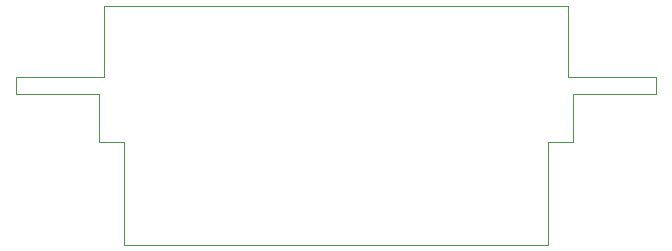
<source format=gbr>
G04 #@! TF.GenerationSoftware,KiCad,Pcbnew,7.0.1*
G04 #@! TF.CreationDate,2024-09-21T18:31:01-05:00*
G04 #@! TF.ProjectId,C128DKEYBOARD,43313238-444b-4455-9942-4f4152442e6b,3.3*
G04 #@! TF.SameCoordinates,Original*
G04 #@! TF.FileFunction,Other,User*
%FSLAX46Y46*%
G04 Gerber Fmt 4.6, Leading zero omitted, Abs format (unit mm)*
G04 Created by KiCad (PCBNEW 7.0.1) date 2024-09-21 18:31:01*
%MOMM*%
%LPD*%
G01*
G04 APERTURE LIST*
%ADD10C,0.050000*%
G04 APERTURE END LIST*
D10*
X436464600Y-127926300D02*
X438614600Y-127926300D01*
X438614600Y-127926300D02*
X438614600Y-136626300D01*
X483614600Y-123826300D02*
X483614600Y-122426300D01*
X474464600Y-136626300D02*
X474464600Y-127926300D01*
X429464600Y-123826300D02*
X436464600Y-123826300D01*
X436864600Y-116426300D02*
X436864600Y-122426300D01*
X429464600Y-122426300D02*
X429464600Y-123826300D01*
X483614600Y-122426300D02*
X476214600Y-122426300D01*
X436864600Y-122426300D02*
X429464600Y-122426300D01*
X476214600Y-116426300D02*
X436864600Y-116426300D01*
X476614600Y-123826300D02*
X483614600Y-123826300D01*
X476614600Y-127926300D02*
X476614600Y-123826300D01*
X474464600Y-127926300D02*
X476614600Y-127926300D01*
X438614600Y-136626300D02*
X474464600Y-136626300D01*
X436464600Y-123826300D02*
X436464600Y-127926300D01*
X476214600Y-122426300D02*
X476214600Y-116426300D01*
M02*

</source>
